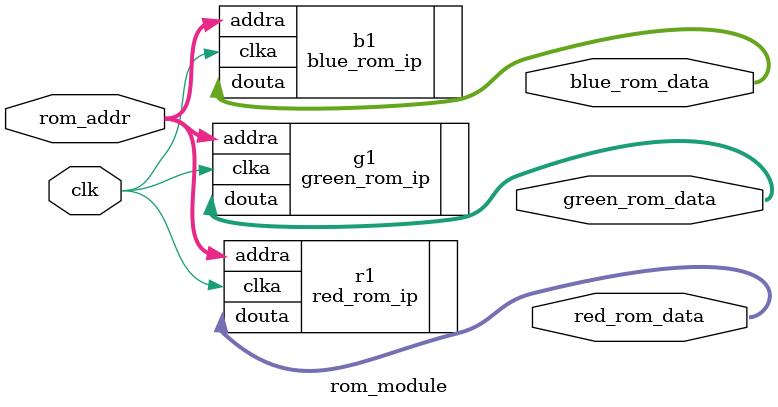
<source format=v>

module rom_module(
    input clk,
    input [5:0]rom_addr,
    output [63:0]red_rom_data,
    output [63:0]green_rom_data,
    output [63:0]blue_rom_data
    );
    
    red_rom_ip r1 (
        .clka(clk),
        .addra(rom_addr),
        .douta(red_rom_data)
    );
    
    green_rom_ip g1 (
        .clka(clk),
        .addra(rom_addr),
        .douta(green_rom_data)
    );
    
    blue_rom_ip b1 (
        .clka(clk),
        .addra(rom_addr),
        .douta(blue_rom_data)
    );
    
endmodule


</source>
